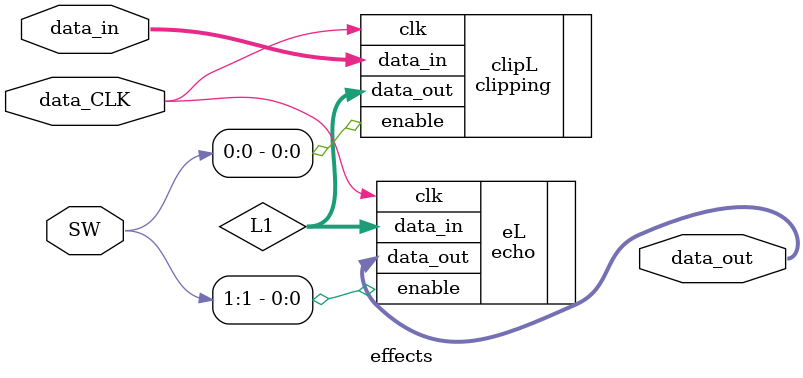
<source format=v>
module effects
	#(parameter RESOLUTION = 24)
	(
	input data_CLK,
	input [9:0] SW,
	input [RESOLUTION-1:0] data_in,
	output [RESOLUTION-1:0] data_out
	);
	
	//Filters and Effects

//Clipping - Bit shifts data left by 1 causing increased volume and distortion
wire [RESOLUTION-1:0] L1;
clipping #(.RESOLUTION(RESOLUTION), .SHIFT(6)) clipL (.clk(data_CLK), .enable(SW[0]), .data_in(data_in), .data_out(L1));

//Echo
echo #(.RESOLUTION(RESOLUTION), .DEPTH(4096)) eL (.clk(data_CLK), .enable(SW[1]), .data_in(L1), .data_out(data_out));

endmodule

</source>
